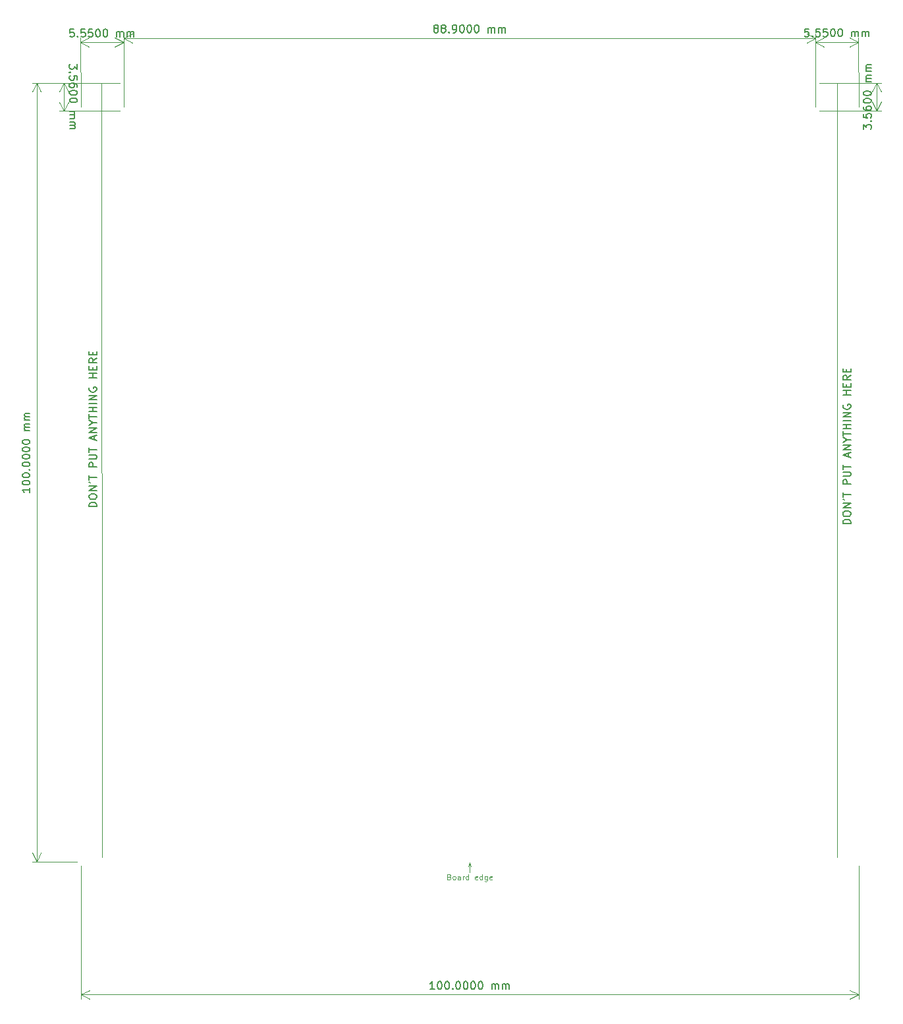
<source format=gbr>
%TF.GenerationSoftware,KiCad,Pcbnew,8.0.4*%
%TF.CreationDate,2025-02-21T03:24:50+01:00*%
%TF.ProjectId,OrangePie,4f72616e-6765-4506-9965-2e6b69636164,1.0.0*%
%TF.SameCoordinates,Original*%
%TF.FileFunction,Other,Comment*%
%FSLAX46Y46*%
G04 Gerber Fmt 4.6, Leading zero omitted, Abs format (unit mm)*
G04 Created by KiCad (PCBNEW 8.0.4) date 2025-02-21 03:24:50*
%MOMM*%
%LPD*%
G01*
G04 APERTURE LIST*
%ADD10C,0.100000*%
%ADD11C,0.150000*%
G04 APERTURE END LIST*
D10*
X127960000Y-137945001D02*
X127960000Y-38515000D01*
X33440000Y-137945001D02*
X33370000Y-38515000D01*
D11*
X32759819Y-92928220D02*
X31759819Y-92928220D01*
X31759819Y-92928220D02*
X31759819Y-92690125D01*
X31759819Y-92690125D02*
X31807438Y-92547268D01*
X31807438Y-92547268D02*
X31902676Y-92452030D01*
X31902676Y-92452030D02*
X31997914Y-92404411D01*
X31997914Y-92404411D02*
X32188390Y-92356792D01*
X32188390Y-92356792D02*
X32331247Y-92356792D01*
X32331247Y-92356792D02*
X32521723Y-92404411D01*
X32521723Y-92404411D02*
X32616961Y-92452030D01*
X32616961Y-92452030D02*
X32712200Y-92547268D01*
X32712200Y-92547268D02*
X32759819Y-92690125D01*
X32759819Y-92690125D02*
X32759819Y-92928220D01*
X31759819Y-91737744D02*
X31759819Y-91547268D01*
X31759819Y-91547268D02*
X31807438Y-91452030D01*
X31807438Y-91452030D02*
X31902676Y-91356792D01*
X31902676Y-91356792D02*
X32093152Y-91309173D01*
X32093152Y-91309173D02*
X32426485Y-91309173D01*
X32426485Y-91309173D02*
X32616961Y-91356792D01*
X32616961Y-91356792D02*
X32712200Y-91452030D01*
X32712200Y-91452030D02*
X32759819Y-91547268D01*
X32759819Y-91547268D02*
X32759819Y-91737744D01*
X32759819Y-91737744D02*
X32712200Y-91832982D01*
X32712200Y-91832982D02*
X32616961Y-91928220D01*
X32616961Y-91928220D02*
X32426485Y-91975839D01*
X32426485Y-91975839D02*
X32093152Y-91975839D01*
X32093152Y-91975839D02*
X31902676Y-91928220D01*
X31902676Y-91928220D02*
X31807438Y-91832982D01*
X31807438Y-91832982D02*
X31759819Y-91737744D01*
X32759819Y-90880601D02*
X31759819Y-90880601D01*
X31759819Y-90880601D02*
X32759819Y-90309173D01*
X32759819Y-90309173D02*
X31759819Y-90309173D01*
X31759819Y-89785363D02*
X31950295Y-89880601D01*
X31759819Y-89499649D02*
X31759819Y-88928221D01*
X32759819Y-89213935D02*
X31759819Y-89213935D01*
X32759819Y-87832982D02*
X31759819Y-87832982D01*
X31759819Y-87832982D02*
X31759819Y-87452030D01*
X31759819Y-87452030D02*
X31807438Y-87356792D01*
X31807438Y-87356792D02*
X31855057Y-87309173D01*
X31855057Y-87309173D02*
X31950295Y-87261554D01*
X31950295Y-87261554D02*
X32093152Y-87261554D01*
X32093152Y-87261554D02*
X32188390Y-87309173D01*
X32188390Y-87309173D02*
X32236009Y-87356792D01*
X32236009Y-87356792D02*
X32283628Y-87452030D01*
X32283628Y-87452030D02*
X32283628Y-87832982D01*
X31759819Y-86832982D02*
X32569342Y-86832982D01*
X32569342Y-86832982D02*
X32664580Y-86785363D01*
X32664580Y-86785363D02*
X32712200Y-86737744D01*
X32712200Y-86737744D02*
X32759819Y-86642506D01*
X32759819Y-86642506D02*
X32759819Y-86452030D01*
X32759819Y-86452030D02*
X32712200Y-86356792D01*
X32712200Y-86356792D02*
X32664580Y-86309173D01*
X32664580Y-86309173D02*
X32569342Y-86261554D01*
X32569342Y-86261554D02*
X31759819Y-86261554D01*
X31759819Y-85928220D02*
X31759819Y-85356792D01*
X32759819Y-85642506D02*
X31759819Y-85642506D01*
X32474104Y-84309172D02*
X32474104Y-83832982D01*
X32759819Y-84404410D02*
X31759819Y-84071077D01*
X31759819Y-84071077D02*
X32759819Y-83737744D01*
X32759819Y-83404410D02*
X31759819Y-83404410D01*
X31759819Y-83404410D02*
X32759819Y-82832982D01*
X32759819Y-82832982D02*
X31759819Y-82832982D01*
X32283628Y-82166315D02*
X32759819Y-82166315D01*
X31759819Y-82499648D02*
X32283628Y-82166315D01*
X32283628Y-82166315D02*
X31759819Y-81832982D01*
X31759819Y-81642505D02*
X31759819Y-81071077D01*
X32759819Y-81356791D02*
X31759819Y-81356791D01*
X32759819Y-80737743D02*
X31759819Y-80737743D01*
X32236009Y-80737743D02*
X32236009Y-80166315D01*
X32759819Y-80166315D02*
X31759819Y-80166315D01*
X32759819Y-79690124D02*
X31759819Y-79690124D01*
X32759819Y-79213934D02*
X31759819Y-79213934D01*
X31759819Y-79213934D02*
X32759819Y-78642506D01*
X32759819Y-78642506D02*
X31759819Y-78642506D01*
X31807438Y-77642506D02*
X31759819Y-77737744D01*
X31759819Y-77737744D02*
X31759819Y-77880601D01*
X31759819Y-77880601D02*
X31807438Y-78023458D01*
X31807438Y-78023458D02*
X31902676Y-78118696D01*
X31902676Y-78118696D02*
X31997914Y-78166315D01*
X31997914Y-78166315D02*
X32188390Y-78213934D01*
X32188390Y-78213934D02*
X32331247Y-78213934D01*
X32331247Y-78213934D02*
X32521723Y-78166315D01*
X32521723Y-78166315D02*
X32616961Y-78118696D01*
X32616961Y-78118696D02*
X32712200Y-78023458D01*
X32712200Y-78023458D02*
X32759819Y-77880601D01*
X32759819Y-77880601D02*
X32759819Y-77785363D01*
X32759819Y-77785363D02*
X32712200Y-77642506D01*
X32712200Y-77642506D02*
X32664580Y-77594887D01*
X32664580Y-77594887D02*
X32331247Y-77594887D01*
X32331247Y-77594887D02*
X32331247Y-77785363D01*
X32759819Y-76404410D02*
X31759819Y-76404410D01*
X32236009Y-76404410D02*
X32236009Y-75832982D01*
X32759819Y-75832982D02*
X31759819Y-75832982D01*
X32236009Y-75356791D02*
X32236009Y-75023458D01*
X32759819Y-74880601D02*
X32759819Y-75356791D01*
X32759819Y-75356791D02*
X31759819Y-75356791D01*
X31759819Y-75356791D02*
X31759819Y-74880601D01*
X32759819Y-73880601D02*
X32283628Y-74213934D01*
X32759819Y-74452029D02*
X31759819Y-74452029D01*
X31759819Y-74452029D02*
X31759819Y-74071077D01*
X31759819Y-74071077D02*
X31807438Y-73975839D01*
X31807438Y-73975839D02*
X31855057Y-73928220D01*
X31855057Y-73928220D02*
X31950295Y-73880601D01*
X31950295Y-73880601D02*
X32093152Y-73880601D01*
X32093152Y-73880601D02*
X32188390Y-73928220D01*
X32188390Y-73928220D02*
X32236009Y-73975839D01*
X32236009Y-73975839D02*
X32283628Y-74071077D01*
X32283628Y-74071077D02*
X32283628Y-74452029D01*
X32236009Y-73452029D02*
X32236009Y-73118696D01*
X32759819Y-72975839D02*
X32759819Y-73452029D01*
X32759819Y-73452029D02*
X31759819Y-73452029D01*
X31759819Y-73452029D02*
X31759819Y-72975839D01*
X129679819Y-95128220D02*
X128679819Y-95128220D01*
X128679819Y-95128220D02*
X128679819Y-94890125D01*
X128679819Y-94890125D02*
X128727438Y-94747268D01*
X128727438Y-94747268D02*
X128822676Y-94652030D01*
X128822676Y-94652030D02*
X128917914Y-94604411D01*
X128917914Y-94604411D02*
X129108390Y-94556792D01*
X129108390Y-94556792D02*
X129251247Y-94556792D01*
X129251247Y-94556792D02*
X129441723Y-94604411D01*
X129441723Y-94604411D02*
X129536961Y-94652030D01*
X129536961Y-94652030D02*
X129632200Y-94747268D01*
X129632200Y-94747268D02*
X129679819Y-94890125D01*
X129679819Y-94890125D02*
X129679819Y-95128220D01*
X128679819Y-93937744D02*
X128679819Y-93747268D01*
X128679819Y-93747268D02*
X128727438Y-93652030D01*
X128727438Y-93652030D02*
X128822676Y-93556792D01*
X128822676Y-93556792D02*
X129013152Y-93509173D01*
X129013152Y-93509173D02*
X129346485Y-93509173D01*
X129346485Y-93509173D02*
X129536961Y-93556792D01*
X129536961Y-93556792D02*
X129632200Y-93652030D01*
X129632200Y-93652030D02*
X129679819Y-93747268D01*
X129679819Y-93747268D02*
X129679819Y-93937744D01*
X129679819Y-93937744D02*
X129632200Y-94032982D01*
X129632200Y-94032982D02*
X129536961Y-94128220D01*
X129536961Y-94128220D02*
X129346485Y-94175839D01*
X129346485Y-94175839D02*
X129013152Y-94175839D01*
X129013152Y-94175839D02*
X128822676Y-94128220D01*
X128822676Y-94128220D02*
X128727438Y-94032982D01*
X128727438Y-94032982D02*
X128679819Y-93937744D01*
X129679819Y-93080601D02*
X128679819Y-93080601D01*
X128679819Y-93080601D02*
X129679819Y-92509173D01*
X129679819Y-92509173D02*
X128679819Y-92509173D01*
X128679819Y-91985363D02*
X128870295Y-92080601D01*
X128679819Y-91699649D02*
X128679819Y-91128221D01*
X129679819Y-91413935D02*
X128679819Y-91413935D01*
X129679819Y-90032982D02*
X128679819Y-90032982D01*
X128679819Y-90032982D02*
X128679819Y-89652030D01*
X128679819Y-89652030D02*
X128727438Y-89556792D01*
X128727438Y-89556792D02*
X128775057Y-89509173D01*
X128775057Y-89509173D02*
X128870295Y-89461554D01*
X128870295Y-89461554D02*
X129013152Y-89461554D01*
X129013152Y-89461554D02*
X129108390Y-89509173D01*
X129108390Y-89509173D02*
X129156009Y-89556792D01*
X129156009Y-89556792D02*
X129203628Y-89652030D01*
X129203628Y-89652030D02*
X129203628Y-90032982D01*
X128679819Y-89032982D02*
X129489342Y-89032982D01*
X129489342Y-89032982D02*
X129584580Y-88985363D01*
X129584580Y-88985363D02*
X129632200Y-88937744D01*
X129632200Y-88937744D02*
X129679819Y-88842506D01*
X129679819Y-88842506D02*
X129679819Y-88652030D01*
X129679819Y-88652030D02*
X129632200Y-88556792D01*
X129632200Y-88556792D02*
X129584580Y-88509173D01*
X129584580Y-88509173D02*
X129489342Y-88461554D01*
X129489342Y-88461554D02*
X128679819Y-88461554D01*
X128679819Y-88128220D02*
X128679819Y-87556792D01*
X129679819Y-87842506D02*
X128679819Y-87842506D01*
X129394104Y-86509172D02*
X129394104Y-86032982D01*
X129679819Y-86604410D02*
X128679819Y-86271077D01*
X128679819Y-86271077D02*
X129679819Y-85937744D01*
X129679819Y-85604410D02*
X128679819Y-85604410D01*
X128679819Y-85604410D02*
X129679819Y-85032982D01*
X129679819Y-85032982D02*
X128679819Y-85032982D01*
X129203628Y-84366315D02*
X129679819Y-84366315D01*
X128679819Y-84699648D02*
X129203628Y-84366315D01*
X129203628Y-84366315D02*
X128679819Y-84032982D01*
X128679819Y-83842505D02*
X128679819Y-83271077D01*
X129679819Y-83556791D02*
X128679819Y-83556791D01*
X129679819Y-82937743D02*
X128679819Y-82937743D01*
X129156009Y-82937743D02*
X129156009Y-82366315D01*
X129679819Y-82366315D02*
X128679819Y-82366315D01*
X129679819Y-81890124D02*
X128679819Y-81890124D01*
X129679819Y-81413934D02*
X128679819Y-81413934D01*
X128679819Y-81413934D02*
X129679819Y-80842506D01*
X129679819Y-80842506D02*
X128679819Y-80842506D01*
X128727438Y-79842506D02*
X128679819Y-79937744D01*
X128679819Y-79937744D02*
X128679819Y-80080601D01*
X128679819Y-80080601D02*
X128727438Y-80223458D01*
X128727438Y-80223458D02*
X128822676Y-80318696D01*
X128822676Y-80318696D02*
X128917914Y-80366315D01*
X128917914Y-80366315D02*
X129108390Y-80413934D01*
X129108390Y-80413934D02*
X129251247Y-80413934D01*
X129251247Y-80413934D02*
X129441723Y-80366315D01*
X129441723Y-80366315D02*
X129536961Y-80318696D01*
X129536961Y-80318696D02*
X129632200Y-80223458D01*
X129632200Y-80223458D02*
X129679819Y-80080601D01*
X129679819Y-80080601D02*
X129679819Y-79985363D01*
X129679819Y-79985363D02*
X129632200Y-79842506D01*
X129632200Y-79842506D02*
X129584580Y-79794887D01*
X129584580Y-79794887D02*
X129251247Y-79794887D01*
X129251247Y-79794887D02*
X129251247Y-79985363D01*
X129679819Y-78604410D02*
X128679819Y-78604410D01*
X129156009Y-78604410D02*
X129156009Y-78032982D01*
X129679819Y-78032982D02*
X128679819Y-78032982D01*
X129156009Y-77556791D02*
X129156009Y-77223458D01*
X129679819Y-77080601D02*
X129679819Y-77556791D01*
X129679819Y-77556791D02*
X128679819Y-77556791D01*
X128679819Y-77556791D02*
X128679819Y-77080601D01*
X129679819Y-76080601D02*
X129203628Y-76413934D01*
X129679819Y-76652029D02*
X128679819Y-76652029D01*
X128679819Y-76652029D02*
X128679819Y-76271077D01*
X128679819Y-76271077D02*
X128727438Y-76175839D01*
X128727438Y-76175839D02*
X128775057Y-76128220D01*
X128775057Y-76128220D02*
X128870295Y-76080601D01*
X128870295Y-76080601D02*
X129013152Y-76080601D01*
X129013152Y-76080601D02*
X129108390Y-76128220D01*
X129108390Y-76128220D02*
X129156009Y-76175839D01*
X129156009Y-76175839D02*
X129203628Y-76271077D01*
X129203628Y-76271077D02*
X129203628Y-76652029D01*
X129156009Y-75652029D02*
X129156009Y-75318696D01*
X129679819Y-75175839D02*
X129679819Y-75652029D01*
X129679819Y-75652029D02*
X128679819Y-75652029D01*
X128679819Y-75652029D02*
X128679819Y-75175839D01*
X29818211Y-31618462D02*
X29342024Y-31620178D01*
X29342024Y-31620178D02*
X29296121Y-32096537D01*
X29296121Y-32096537D02*
X29343568Y-32048746D01*
X29343568Y-32048746D02*
X29438634Y-32000784D01*
X29438634Y-32000784D02*
X29676728Y-31999926D01*
X29676728Y-31999926D02*
X29772137Y-32047202D01*
X29772137Y-32047202D02*
X29819927Y-32094649D01*
X29819927Y-32094649D02*
X29867889Y-32189715D01*
X29867889Y-32189715D02*
X29868747Y-32427809D01*
X29868747Y-32427809D02*
X29821471Y-32523218D01*
X29821471Y-32523218D02*
X29774024Y-32571008D01*
X29774024Y-32571008D02*
X29678958Y-32618970D01*
X29678958Y-32618970D02*
X29440865Y-32619828D01*
X29440865Y-32619828D02*
X29345456Y-32572552D01*
X29345456Y-32572552D02*
X29297665Y-32525105D01*
X30297659Y-32521502D02*
X30345449Y-32568949D01*
X30345449Y-32568949D02*
X30298002Y-32616739D01*
X30298002Y-32616739D02*
X30250212Y-32569292D01*
X30250212Y-32569292D02*
X30297659Y-32521502D01*
X30297659Y-32521502D02*
X30298002Y-32616739D01*
X31246773Y-31613314D02*
X30770585Y-31615030D01*
X30770585Y-31615030D02*
X30724683Y-32091389D01*
X30724683Y-32091389D02*
X30772130Y-32043598D01*
X30772130Y-32043598D02*
X30867196Y-31995636D01*
X30867196Y-31995636D02*
X31105289Y-31994778D01*
X31105289Y-31994778D02*
X31200698Y-32042054D01*
X31200698Y-32042054D02*
X31248489Y-32089501D01*
X31248489Y-32089501D02*
X31296451Y-32184567D01*
X31296451Y-32184567D02*
X31297309Y-32422661D01*
X31297309Y-32422661D02*
X31250033Y-32518070D01*
X31250033Y-32518070D02*
X31202586Y-32565860D01*
X31202586Y-32565860D02*
X31107520Y-32613822D01*
X31107520Y-32613822D02*
X30869427Y-32614680D01*
X30869427Y-32614680D02*
X30774017Y-32567404D01*
X30774017Y-32567404D02*
X30726227Y-32519957D01*
X32199148Y-31609882D02*
X31722960Y-31611598D01*
X31722960Y-31611598D02*
X31677058Y-32087957D01*
X31677058Y-32087957D02*
X31724505Y-32040166D01*
X31724505Y-32040166D02*
X31819571Y-31992204D01*
X31819571Y-31992204D02*
X32057664Y-31991346D01*
X32057664Y-31991346D02*
X32153073Y-32038622D01*
X32153073Y-32038622D02*
X32200864Y-32086069D01*
X32200864Y-32086069D02*
X32248826Y-32181135D01*
X32248826Y-32181135D02*
X32249684Y-32419229D01*
X32249684Y-32419229D02*
X32202408Y-32514638D01*
X32202408Y-32514638D02*
X32154961Y-32562428D01*
X32154961Y-32562428D02*
X32059895Y-32610390D01*
X32059895Y-32610390D02*
X31821801Y-32611248D01*
X31821801Y-32611248D02*
X31726392Y-32563972D01*
X31726392Y-32563972D02*
X31678602Y-32516525D01*
X32865810Y-31607479D02*
X32961048Y-31607136D01*
X32961048Y-31607136D02*
X33056457Y-31654412D01*
X33056457Y-31654412D02*
X33104247Y-31701859D01*
X33104247Y-31701859D02*
X33152209Y-31796925D01*
X33152209Y-31796925D02*
X33200514Y-31987228D01*
X33200514Y-31987228D02*
X33201372Y-32225322D01*
X33201372Y-32225322D02*
X33154440Y-32415968D01*
X33154440Y-32415968D02*
X33107164Y-32511377D01*
X33107164Y-32511377D02*
X33059717Y-32559168D01*
X33059717Y-32559168D02*
X32964651Y-32607130D01*
X32964651Y-32607130D02*
X32869414Y-32607473D01*
X32869414Y-32607473D02*
X32774005Y-32560197D01*
X32774005Y-32560197D02*
X32726214Y-32512750D01*
X32726214Y-32512750D02*
X32678252Y-32417684D01*
X32678252Y-32417684D02*
X32629947Y-32227381D01*
X32629947Y-32227381D02*
X32629089Y-31989287D01*
X32629089Y-31989287D02*
X32676021Y-31798641D01*
X32676021Y-31798641D02*
X32723297Y-31703232D01*
X32723297Y-31703232D02*
X32770744Y-31655441D01*
X32770744Y-31655441D02*
X32865810Y-31607479D01*
X33818185Y-31604047D02*
X33913422Y-31603704D01*
X33913422Y-31603704D02*
X34008831Y-31650980D01*
X34008831Y-31650980D02*
X34056622Y-31698427D01*
X34056622Y-31698427D02*
X34104584Y-31793493D01*
X34104584Y-31793493D02*
X34152889Y-31983796D01*
X34152889Y-31983796D02*
X34153747Y-32221890D01*
X34153747Y-32221890D02*
X34106814Y-32412536D01*
X34106814Y-32412536D02*
X34059539Y-32507945D01*
X34059539Y-32507945D02*
X34012092Y-32555736D01*
X34012092Y-32555736D02*
X33917026Y-32603698D01*
X33917026Y-32603698D02*
X33821788Y-32604041D01*
X33821788Y-32604041D02*
X33726379Y-32556765D01*
X33726379Y-32556765D02*
X33678589Y-32509318D01*
X33678589Y-32509318D02*
X33630627Y-32414252D01*
X33630627Y-32414252D02*
X33582322Y-32223949D01*
X33582322Y-32223949D02*
X33581464Y-31985855D01*
X33581464Y-31985855D02*
X33628396Y-31795209D01*
X33628396Y-31795209D02*
X33675672Y-31699800D01*
X33675672Y-31699800D02*
X33723119Y-31652009D01*
X33723119Y-31652009D02*
X33818185Y-31604047D01*
X35345588Y-32598550D02*
X35343186Y-31931887D01*
X35343529Y-32027125D02*
X35390976Y-31979334D01*
X35390976Y-31979334D02*
X35486042Y-31931372D01*
X35486042Y-31931372D02*
X35628898Y-31930858D01*
X35628898Y-31930858D02*
X35724307Y-31978133D01*
X35724307Y-31978133D02*
X35772269Y-32073199D01*
X35772269Y-32073199D02*
X35774157Y-32597005D01*
X35772269Y-32073199D02*
X35819545Y-31977790D01*
X35819545Y-31977790D02*
X35914611Y-31929828D01*
X35914611Y-31929828D02*
X36057467Y-31929313D01*
X36057467Y-31929313D02*
X36152876Y-31976589D01*
X36152876Y-31976589D02*
X36200838Y-32071655D01*
X36200838Y-32071655D02*
X36202726Y-32595461D01*
X36678913Y-32593745D02*
X36676510Y-31927083D01*
X36676854Y-32022320D02*
X36724301Y-31974530D01*
X36724301Y-31974530D02*
X36819367Y-31926568D01*
X36819367Y-31926568D02*
X36962223Y-31926053D01*
X36962223Y-31926053D02*
X37057632Y-31973328D01*
X37057632Y-31973328D02*
X37105594Y-32068394D01*
X37105594Y-32068394D02*
X37107481Y-32592200D01*
X37105594Y-32068394D02*
X37152869Y-31972985D01*
X37152869Y-31972985D02*
X37247935Y-31925023D01*
X37247935Y-31925023D02*
X37390791Y-31924509D01*
X37390791Y-31924509D02*
X37486200Y-31971784D01*
X37486200Y-31971784D02*
X37534162Y-32066850D01*
X37534162Y-32066850D02*
X37536050Y-32590656D01*
D10*
X36248198Y-41575003D02*
X36216231Y-32704175D01*
X30698198Y-41595003D02*
X30666231Y-32724175D01*
X36218344Y-33290591D02*
X30668344Y-33310591D01*
X36218344Y-33290591D02*
X30668344Y-33310591D01*
X36218344Y-33290591D02*
X35093961Y-33881067D01*
X36218344Y-33290591D02*
X35089734Y-32708234D01*
X30668344Y-33310591D02*
X31792727Y-32720115D01*
X30668344Y-33310591D02*
X31796954Y-33892948D01*
D11*
X24164819Y-90518809D02*
X24164819Y-91090237D01*
X24164819Y-90804523D02*
X23164819Y-90804523D01*
X23164819Y-90804523D02*
X23307676Y-90899761D01*
X23307676Y-90899761D02*
X23402914Y-90994999D01*
X23402914Y-90994999D02*
X23450533Y-91090237D01*
X23164819Y-89899761D02*
X23164819Y-89804523D01*
X23164819Y-89804523D02*
X23212438Y-89709285D01*
X23212438Y-89709285D02*
X23260057Y-89661666D01*
X23260057Y-89661666D02*
X23355295Y-89614047D01*
X23355295Y-89614047D02*
X23545771Y-89566428D01*
X23545771Y-89566428D02*
X23783866Y-89566428D01*
X23783866Y-89566428D02*
X23974342Y-89614047D01*
X23974342Y-89614047D02*
X24069580Y-89661666D01*
X24069580Y-89661666D02*
X24117200Y-89709285D01*
X24117200Y-89709285D02*
X24164819Y-89804523D01*
X24164819Y-89804523D02*
X24164819Y-89899761D01*
X24164819Y-89899761D02*
X24117200Y-89994999D01*
X24117200Y-89994999D02*
X24069580Y-90042618D01*
X24069580Y-90042618D02*
X23974342Y-90090237D01*
X23974342Y-90090237D02*
X23783866Y-90137856D01*
X23783866Y-90137856D02*
X23545771Y-90137856D01*
X23545771Y-90137856D02*
X23355295Y-90090237D01*
X23355295Y-90090237D02*
X23260057Y-90042618D01*
X23260057Y-90042618D02*
X23212438Y-89994999D01*
X23212438Y-89994999D02*
X23164819Y-89899761D01*
X23164819Y-88947380D02*
X23164819Y-88852142D01*
X23164819Y-88852142D02*
X23212438Y-88756904D01*
X23212438Y-88756904D02*
X23260057Y-88709285D01*
X23260057Y-88709285D02*
X23355295Y-88661666D01*
X23355295Y-88661666D02*
X23545771Y-88614047D01*
X23545771Y-88614047D02*
X23783866Y-88614047D01*
X23783866Y-88614047D02*
X23974342Y-88661666D01*
X23974342Y-88661666D02*
X24069580Y-88709285D01*
X24069580Y-88709285D02*
X24117200Y-88756904D01*
X24117200Y-88756904D02*
X24164819Y-88852142D01*
X24164819Y-88852142D02*
X24164819Y-88947380D01*
X24164819Y-88947380D02*
X24117200Y-89042618D01*
X24117200Y-89042618D02*
X24069580Y-89090237D01*
X24069580Y-89090237D02*
X23974342Y-89137856D01*
X23974342Y-89137856D02*
X23783866Y-89185475D01*
X23783866Y-89185475D02*
X23545771Y-89185475D01*
X23545771Y-89185475D02*
X23355295Y-89137856D01*
X23355295Y-89137856D02*
X23260057Y-89090237D01*
X23260057Y-89090237D02*
X23212438Y-89042618D01*
X23212438Y-89042618D02*
X23164819Y-88947380D01*
X24069580Y-88185475D02*
X24117200Y-88137856D01*
X24117200Y-88137856D02*
X24164819Y-88185475D01*
X24164819Y-88185475D02*
X24117200Y-88233094D01*
X24117200Y-88233094D02*
X24069580Y-88185475D01*
X24069580Y-88185475D02*
X24164819Y-88185475D01*
X23164819Y-87518809D02*
X23164819Y-87423571D01*
X23164819Y-87423571D02*
X23212438Y-87328333D01*
X23212438Y-87328333D02*
X23260057Y-87280714D01*
X23260057Y-87280714D02*
X23355295Y-87233095D01*
X23355295Y-87233095D02*
X23545771Y-87185476D01*
X23545771Y-87185476D02*
X23783866Y-87185476D01*
X23783866Y-87185476D02*
X23974342Y-87233095D01*
X23974342Y-87233095D02*
X24069580Y-87280714D01*
X24069580Y-87280714D02*
X24117200Y-87328333D01*
X24117200Y-87328333D02*
X24164819Y-87423571D01*
X24164819Y-87423571D02*
X24164819Y-87518809D01*
X24164819Y-87518809D02*
X24117200Y-87614047D01*
X24117200Y-87614047D02*
X24069580Y-87661666D01*
X24069580Y-87661666D02*
X23974342Y-87709285D01*
X23974342Y-87709285D02*
X23783866Y-87756904D01*
X23783866Y-87756904D02*
X23545771Y-87756904D01*
X23545771Y-87756904D02*
X23355295Y-87709285D01*
X23355295Y-87709285D02*
X23260057Y-87661666D01*
X23260057Y-87661666D02*
X23212438Y-87614047D01*
X23212438Y-87614047D02*
X23164819Y-87518809D01*
X23164819Y-86566428D02*
X23164819Y-86471190D01*
X23164819Y-86471190D02*
X23212438Y-86375952D01*
X23212438Y-86375952D02*
X23260057Y-86328333D01*
X23260057Y-86328333D02*
X23355295Y-86280714D01*
X23355295Y-86280714D02*
X23545771Y-86233095D01*
X23545771Y-86233095D02*
X23783866Y-86233095D01*
X23783866Y-86233095D02*
X23974342Y-86280714D01*
X23974342Y-86280714D02*
X24069580Y-86328333D01*
X24069580Y-86328333D02*
X24117200Y-86375952D01*
X24117200Y-86375952D02*
X24164819Y-86471190D01*
X24164819Y-86471190D02*
X24164819Y-86566428D01*
X24164819Y-86566428D02*
X24117200Y-86661666D01*
X24117200Y-86661666D02*
X24069580Y-86709285D01*
X24069580Y-86709285D02*
X23974342Y-86756904D01*
X23974342Y-86756904D02*
X23783866Y-86804523D01*
X23783866Y-86804523D02*
X23545771Y-86804523D01*
X23545771Y-86804523D02*
X23355295Y-86756904D01*
X23355295Y-86756904D02*
X23260057Y-86709285D01*
X23260057Y-86709285D02*
X23212438Y-86661666D01*
X23212438Y-86661666D02*
X23164819Y-86566428D01*
X23164819Y-85614047D02*
X23164819Y-85518809D01*
X23164819Y-85518809D02*
X23212438Y-85423571D01*
X23212438Y-85423571D02*
X23260057Y-85375952D01*
X23260057Y-85375952D02*
X23355295Y-85328333D01*
X23355295Y-85328333D02*
X23545771Y-85280714D01*
X23545771Y-85280714D02*
X23783866Y-85280714D01*
X23783866Y-85280714D02*
X23974342Y-85328333D01*
X23974342Y-85328333D02*
X24069580Y-85375952D01*
X24069580Y-85375952D02*
X24117200Y-85423571D01*
X24117200Y-85423571D02*
X24164819Y-85518809D01*
X24164819Y-85518809D02*
X24164819Y-85614047D01*
X24164819Y-85614047D02*
X24117200Y-85709285D01*
X24117200Y-85709285D02*
X24069580Y-85756904D01*
X24069580Y-85756904D02*
X23974342Y-85804523D01*
X23974342Y-85804523D02*
X23783866Y-85852142D01*
X23783866Y-85852142D02*
X23545771Y-85852142D01*
X23545771Y-85852142D02*
X23355295Y-85804523D01*
X23355295Y-85804523D02*
X23260057Y-85756904D01*
X23260057Y-85756904D02*
X23212438Y-85709285D01*
X23212438Y-85709285D02*
X23164819Y-85614047D01*
X23164819Y-84661666D02*
X23164819Y-84566428D01*
X23164819Y-84566428D02*
X23212438Y-84471190D01*
X23212438Y-84471190D02*
X23260057Y-84423571D01*
X23260057Y-84423571D02*
X23355295Y-84375952D01*
X23355295Y-84375952D02*
X23545771Y-84328333D01*
X23545771Y-84328333D02*
X23783866Y-84328333D01*
X23783866Y-84328333D02*
X23974342Y-84375952D01*
X23974342Y-84375952D02*
X24069580Y-84423571D01*
X24069580Y-84423571D02*
X24117200Y-84471190D01*
X24117200Y-84471190D02*
X24164819Y-84566428D01*
X24164819Y-84566428D02*
X24164819Y-84661666D01*
X24164819Y-84661666D02*
X24117200Y-84756904D01*
X24117200Y-84756904D02*
X24069580Y-84804523D01*
X24069580Y-84804523D02*
X23974342Y-84852142D01*
X23974342Y-84852142D02*
X23783866Y-84899761D01*
X23783866Y-84899761D02*
X23545771Y-84899761D01*
X23545771Y-84899761D02*
X23355295Y-84852142D01*
X23355295Y-84852142D02*
X23260057Y-84804523D01*
X23260057Y-84804523D02*
X23212438Y-84756904D01*
X23212438Y-84756904D02*
X23164819Y-84661666D01*
X24164819Y-83137856D02*
X23498152Y-83137856D01*
X23593390Y-83137856D02*
X23545771Y-83090237D01*
X23545771Y-83090237D02*
X23498152Y-82994999D01*
X23498152Y-82994999D02*
X23498152Y-82852142D01*
X23498152Y-82852142D02*
X23545771Y-82756904D01*
X23545771Y-82756904D02*
X23641009Y-82709285D01*
X23641009Y-82709285D02*
X24164819Y-82709285D01*
X23641009Y-82709285D02*
X23545771Y-82661666D01*
X23545771Y-82661666D02*
X23498152Y-82566428D01*
X23498152Y-82566428D02*
X23498152Y-82423571D01*
X23498152Y-82423571D02*
X23545771Y-82328332D01*
X23545771Y-82328332D02*
X23641009Y-82280713D01*
X23641009Y-82280713D02*
X24164819Y-82280713D01*
X24164819Y-81804523D02*
X23498152Y-81804523D01*
X23593390Y-81804523D02*
X23545771Y-81756904D01*
X23545771Y-81756904D02*
X23498152Y-81661666D01*
X23498152Y-81661666D02*
X23498152Y-81518809D01*
X23498152Y-81518809D02*
X23545771Y-81423571D01*
X23545771Y-81423571D02*
X23641009Y-81375952D01*
X23641009Y-81375952D02*
X24164819Y-81375952D01*
X23641009Y-81375952D02*
X23545771Y-81328333D01*
X23545771Y-81328333D02*
X23498152Y-81233095D01*
X23498152Y-81233095D02*
X23498152Y-81090238D01*
X23498152Y-81090238D02*
X23545771Y-80994999D01*
X23545771Y-80994999D02*
X23641009Y-80947380D01*
X23641009Y-80947380D02*
X24164819Y-80947380D01*
D10*
X30200000Y-138515000D02*
X24443580Y-138515000D01*
X30200000Y-38515000D02*
X24443580Y-38515000D01*
X25030000Y-138515000D02*
X25030000Y-38515000D01*
X25030000Y-138515000D02*
X25030000Y-38515000D01*
X25030000Y-138515000D02*
X24443579Y-137388496D01*
X25030000Y-138515000D02*
X25616421Y-137388496D01*
X25030000Y-38515000D02*
X25616421Y-39641504D01*
X25030000Y-38515000D02*
X24443579Y-39641504D01*
D11*
X131314819Y-44485475D02*
X131314819Y-43866428D01*
X131314819Y-43866428D02*
X131695771Y-44199761D01*
X131695771Y-44199761D02*
X131695771Y-44056904D01*
X131695771Y-44056904D02*
X131743390Y-43961666D01*
X131743390Y-43961666D02*
X131791009Y-43914047D01*
X131791009Y-43914047D02*
X131886247Y-43866428D01*
X131886247Y-43866428D02*
X132124342Y-43866428D01*
X132124342Y-43866428D02*
X132219580Y-43914047D01*
X132219580Y-43914047D02*
X132267200Y-43961666D01*
X132267200Y-43961666D02*
X132314819Y-44056904D01*
X132314819Y-44056904D02*
X132314819Y-44342618D01*
X132314819Y-44342618D02*
X132267200Y-44437856D01*
X132267200Y-44437856D02*
X132219580Y-44485475D01*
X132219580Y-43437856D02*
X132267200Y-43390237D01*
X132267200Y-43390237D02*
X132314819Y-43437856D01*
X132314819Y-43437856D02*
X132267200Y-43485475D01*
X132267200Y-43485475D02*
X132219580Y-43437856D01*
X132219580Y-43437856D02*
X132314819Y-43437856D01*
X131314819Y-42485476D02*
X131314819Y-42961666D01*
X131314819Y-42961666D02*
X131791009Y-43009285D01*
X131791009Y-43009285D02*
X131743390Y-42961666D01*
X131743390Y-42961666D02*
X131695771Y-42866428D01*
X131695771Y-42866428D02*
X131695771Y-42628333D01*
X131695771Y-42628333D02*
X131743390Y-42533095D01*
X131743390Y-42533095D02*
X131791009Y-42485476D01*
X131791009Y-42485476D02*
X131886247Y-42437857D01*
X131886247Y-42437857D02*
X132124342Y-42437857D01*
X132124342Y-42437857D02*
X132219580Y-42485476D01*
X132219580Y-42485476D02*
X132267200Y-42533095D01*
X132267200Y-42533095D02*
X132314819Y-42628333D01*
X132314819Y-42628333D02*
X132314819Y-42866428D01*
X132314819Y-42866428D02*
X132267200Y-42961666D01*
X132267200Y-42961666D02*
X132219580Y-43009285D01*
X131314819Y-41580714D02*
X131314819Y-41771190D01*
X131314819Y-41771190D02*
X131362438Y-41866428D01*
X131362438Y-41866428D02*
X131410057Y-41914047D01*
X131410057Y-41914047D02*
X131552914Y-42009285D01*
X131552914Y-42009285D02*
X131743390Y-42056904D01*
X131743390Y-42056904D02*
X132124342Y-42056904D01*
X132124342Y-42056904D02*
X132219580Y-42009285D01*
X132219580Y-42009285D02*
X132267200Y-41961666D01*
X132267200Y-41961666D02*
X132314819Y-41866428D01*
X132314819Y-41866428D02*
X132314819Y-41675952D01*
X132314819Y-41675952D02*
X132267200Y-41580714D01*
X132267200Y-41580714D02*
X132219580Y-41533095D01*
X132219580Y-41533095D02*
X132124342Y-41485476D01*
X132124342Y-41485476D02*
X131886247Y-41485476D01*
X131886247Y-41485476D02*
X131791009Y-41533095D01*
X131791009Y-41533095D02*
X131743390Y-41580714D01*
X131743390Y-41580714D02*
X131695771Y-41675952D01*
X131695771Y-41675952D02*
X131695771Y-41866428D01*
X131695771Y-41866428D02*
X131743390Y-41961666D01*
X131743390Y-41961666D02*
X131791009Y-42009285D01*
X131791009Y-42009285D02*
X131886247Y-42056904D01*
X131314819Y-40866428D02*
X131314819Y-40771190D01*
X131314819Y-40771190D02*
X131362438Y-40675952D01*
X131362438Y-40675952D02*
X131410057Y-40628333D01*
X131410057Y-40628333D02*
X131505295Y-40580714D01*
X131505295Y-40580714D02*
X131695771Y-40533095D01*
X131695771Y-40533095D02*
X131933866Y-40533095D01*
X131933866Y-40533095D02*
X132124342Y-40580714D01*
X132124342Y-40580714D02*
X132219580Y-40628333D01*
X132219580Y-40628333D02*
X132267200Y-40675952D01*
X132267200Y-40675952D02*
X132314819Y-40771190D01*
X132314819Y-40771190D02*
X132314819Y-40866428D01*
X132314819Y-40866428D02*
X132267200Y-40961666D01*
X132267200Y-40961666D02*
X132219580Y-41009285D01*
X132219580Y-41009285D02*
X132124342Y-41056904D01*
X132124342Y-41056904D02*
X131933866Y-41104523D01*
X131933866Y-41104523D02*
X131695771Y-41104523D01*
X131695771Y-41104523D02*
X131505295Y-41056904D01*
X131505295Y-41056904D02*
X131410057Y-41009285D01*
X131410057Y-41009285D02*
X131362438Y-40961666D01*
X131362438Y-40961666D02*
X131314819Y-40866428D01*
X131314819Y-39914047D02*
X131314819Y-39818809D01*
X131314819Y-39818809D02*
X131362438Y-39723571D01*
X131362438Y-39723571D02*
X131410057Y-39675952D01*
X131410057Y-39675952D02*
X131505295Y-39628333D01*
X131505295Y-39628333D02*
X131695771Y-39580714D01*
X131695771Y-39580714D02*
X131933866Y-39580714D01*
X131933866Y-39580714D02*
X132124342Y-39628333D01*
X132124342Y-39628333D02*
X132219580Y-39675952D01*
X132219580Y-39675952D02*
X132267200Y-39723571D01*
X132267200Y-39723571D02*
X132314819Y-39818809D01*
X132314819Y-39818809D02*
X132314819Y-39914047D01*
X132314819Y-39914047D02*
X132267200Y-40009285D01*
X132267200Y-40009285D02*
X132219580Y-40056904D01*
X132219580Y-40056904D02*
X132124342Y-40104523D01*
X132124342Y-40104523D02*
X131933866Y-40152142D01*
X131933866Y-40152142D02*
X131695771Y-40152142D01*
X131695771Y-40152142D02*
X131505295Y-40104523D01*
X131505295Y-40104523D02*
X131410057Y-40056904D01*
X131410057Y-40056904D02*
X131362438Y-40009285D01*
X131362438Y-40009285D02*
X131314819Y-39914047D01*
X132314819Y-38390237D02*
X131648152Y-38390237D01*
X131743390Y-38390237D02*
X131695771Y-38342618D01*
X131695771Y-38342618D02*
X131648152Y-38247380D01*
X131648152Y-38247380D02*
X131648152Y-38104523D01*
X131648152Y-38104523D02*
X131695771Y-38009285D01*
X131695771Y-38009285D02*
X131791009Y-37961666D01*
X131791009Y-37961666D02*
X132314819Y-37961666D01*
X131791009Y-37961666D02*
X131695771Y-37914047D01*
X131695771Y-37914047D02*
X131648152Y-37818809D01*
X131648152Y-37818809D02*
X131648152Y-37675952D01*
X131648152Y-37675952D02*
X131695771Y-37580713D01*
X131695771Y-37580713D02*
X131791009Y-37533094D01*
X131791009Y-37533094D02*
X132314819Y-37533094D01*
X132314819Y-37056904D02*
X131648152Y-37056904D01*
X131743390Y-37056904D02*
X131695771Y-37009285D01*
X131695771Y-37009285D02*
X131648152Y-36914047D01*
X131648152Y-36914047D02*
X131648152Y-36771190D01*
X131648152Y-36771190D02*
X131695771Y-36675952D01*
X131695771Y-36675952D02*
X131791009Y-36628333D01*
X131791009Y-36628333D02*
X132314819Y-36628333D01*
X131791009Y-36628333D02*
X131695771Y-36580714D01*
X131695771Y-36580714D02*
X131648152Y-36485476D01*
X131648152Y-36485476D02*
X131648152Y-36342619D01*
X131648152Y-36342619D02*
X131695771Y-36247380D01*
X131695771Y-36247380D02*
X131791009Y-36199761D01*
X131791009Y-36199761D02*
X132314819Y-36199761D01*
D10*
X125650000Y-42075000D02*
X133596420Y-42075000D01*
X125650000Y-38515000D02*
X133596420Y-38515000D01*
X133010000Y-42075000D02*
X133010000Y-38515000D01*
X133010000Y-42075000D02*
X133010000Y-38515000D01*
X133010000Y-42075000D02*
X132423579Y-40948496D01*
X133010000Y-42075000D02*
X133596421Y-40948496D01*
X133010000Y-38515000D02*
X133596421Y-39641504D01*
X133010000Y-38515000D02*
X132423579Y-39641504D01*
D11*
X76176190Y-154899818D02*
X75604762Y-154899818D01*
X75890476Y-154899818D02*
X75890476Y-153899818D01*
X75890476Y-153899818D02*
X75795238Y-154042675D01*
X75795238Y-154042675D02*
X75700000Y-154137913D01*
X75700000Y-154137913D02*
X75604762Y-154185532D01*
X76795238Y-153899818D02*
X76890476Y-153899818D01*
X76890476Y-153899818D02*
X76985714Y-153947437D01*
X76985714Y-153947437D02*
X77033333Y-153995056D01*
X77033333Y-153995056D02*
X77080952Y-154090294D01*
X77080952Y-154090294D02*
X77128571Y-154280770D01*
X77128571Y-154280770D02*
X77128571Y-154518865D01*
X77128571Y-154518865D02*
X77080952Y-154709341D01*
X77080952Y-154709341D02*
X77033333Y-154804579D01*
X77033333Y-154804579D02*
X76985714Y-154852199D01*
X76985714Y-154852199D02*
X76890476Y-154899818D01*
X76890476Y-154899818D02*
X76795238Y-154899818D01*
X76795238Y-154899818D02*
X76700000Y-154852199D01*
X76700000Y-154852199D02*
X76652381Y-154804579D01*
X76652381Y-154804579D02*
X76604762Y-154709341D01*
X76604762Y-154709341D02*
X76557143Y-154518865D01*
X76557143Y-154518865D02*
X76557143Y-154280770D01*
X76557143Y-154280770D02*
X76604762Y-154090294D01*
X76604762Y-154090294D02*
X76652381Y-153995056D01*
X76652381Y-153995056D02*
X76700000Y-153947437D01*
X76700000Y-153947437D02*
X76795238Y-153899818D01*
X77747619Y-153899818D02*
X77842857Y-153899818D01*
X77842857Y-153899818D02*
X77938095Y-153947437D01*
X77938095Y-153947437D02*
X77985714Y-153995056D01*
X77985714Y-153995056D02*
X78033333Y-154090294D01*
X78033333Y-154090294D02*
X78080952Y-154280770D01*
X78080952Y-154280770D02*
X78080952Y-154518865D01*
X78080952Y-154518865D02*
X78033333Y-154709341D01*
X78033333Y-154709341D02*
X77985714Y-154804579D01*
X77985714Y-154804579D02*
X77938095Y-154852199D01*
X77938095Y-154852199D02*
X77842857Y-154899818D01*
X77842857Y-154899818D02*
X77747619Y-154899818D01*
X77747619Y-154899818D02*
X77652381Y-154852199D01*
X77652381Y-154852199D02*
X77604762Y-154804579D01*
X77604762Y-154804579D02*
X77557143Y-154709341D01*
X77557143Y-154709341D02*
X77509524Y-154518865D01*
X77509524Y-154518865D02*
X77509524Y-154280770D01*
X77509524Y-154280770D02*
X77557143Y-154090294D01*
X77557143Y-154090294D02*
X77604762Y-153995056D01*
X77604762Y-153995056D02*
X77652381Y-153947437D01*
X77652381Y-153947437D02*
X77747619Y-153899818D01*
X78509524Y-154804579D02*
X78557143Y-154852199D01*
X78557143Y-154852199D02*
X78509524Y-154899818D01*
X78509524Y-154899818D02*
X78461905Y-154852199D01*
X78461905Y-154852199D02*
X78509524Y-154804579D01*
X78509524Y-154804579D02*
X78509524Y-154899818D01*
X79176190Y-153899818D02*
X79271428Y-153899818D01*
X79271428Y-153899818D02*
X79366666Y-153947437D01*
X79366666Y-153947437D02*
X79414285Y-153995056D01*
X79414285Y-153995056D02*
X79461904Y-154090294D01*
X79461904Y-154090294D02*
X79509523Y-154280770D01*
X79509523Y-154280770D02*
X79509523Y-154518865D01*
X79509523Y-154518865D02*
X79461904Y-154709341D01*
X79461904Y-154709341D02*
X79414285Y-154804579D01*
X79414285Y-154804579D02*
X79366666Y-154852199D01*
X79366666Y-154852199D02*
X79271428Y-154899818D01*
X79271428Y-154899818D02*
X79176190Y-154899818D01*
X79176190Y-154899818D02*
X79080952Y-154852199D01*
X79080952Y-154852199D02*
X79033333Y-154804579D01*
X79033333Y-154804579D02*
X78985714Y-154709341D01*
X78985714Y-154709341D02*
X78938095Y-154518865D01*
X78938095Y-154518865D02*
X78938095Y-154280770D01*
X78938095Y-154280770D02*
X78985714Y-154090294D01*
X78985714Y-154090294D02*
X79033333Y-153995056D01*
X79033333Y-153995056D02*
X79080952Y-153947437D01*
X79080952Y-153947437D02*
X79176190Y-153899818D01*
X80128571Y-153899818D02*
X80223809Y-153899818D01*
X80223809Y-153899818D02*
X80319047Y-153947437D01*
X80319047Y-153947437D02*
X80366666Y-153995056D01*
X80366666Y-153995056D02*
X80414285Y-154090294D01*
X80414285Y-154090294D02*
X80461904Y-154280770D01*
X80461904Y-154280770D02*
X80461904Y-154518865D01*
X80461904Y-154518865D02*
X80414285Y-154709341D01*
X80414285Y-154709341D02*
X80366666Y-154804579D01*
X80366666Y-154804579D02*
X80319047Y-154852199D01*
X80319047Y-154852199D02*
X80223809Y-154899818D01*
X80223809Y-154899818D02*
X80128571Y-154899818D01*
X80128571Y-154899818D02*
X80033333Y-154852199D01*
X80033333Y-154852199D02*
X79985714Y-154804579D01*
X79985714Y-154804579D02*
X79938095Y-154709341D01*
X79938095Y-154709341D02*
X79890476Y-154518865D01*
X79890476Y-154518865D02*
X79890476Y-154280770D01*
X79890476Y-154280770D02*
X79938095Y-154090294D01*
X79938095Y-154090294D02*
X79985714Y-153995056D01*
X79985714Y-153995056D02*
X80033333Y-153947437D01*
X80033333Y-153947437D02*
X80128571Y-153899818D01*
X81080952Y-153899818D02*
X81176190Y-153899818D01*
X81176190Y-153899818D02*
X81271428Y-153947437D01*
X81271428Y-153947437D02*
X81319047Y-153995056D01*
X81319047Y-153995056D02*
X81366666Y-154090294D01*
X81366666Y-154090294D02*
X81414285Y-154280770D01*
X81414285Y-154280770D02*
X81414285Y-154518865D01*
X81414285Y-154518865D02*
X81366666Y-154709341D01*
X81366666Y-154709341D02*
X81319047Y-154804579D01*
X81319047Y-154804579D02*
X81271428Y-154852199D01*
X81271428Y-154852199D02*
X81176190Y-154899818D01*
X81176190Y-154899818D02*
X81080952Y-154899818D01*
X81080952Y-154899818D02*
X80985714Y-154852199D01*
X80985714Y-154852199D02*
X80938095Y-154804579D01*
X80938095Y-154804579D02*
X80890476Y-154709341D01*
X80890476Y-154709341D02*
X80842857Y-154518865D01*
X80842857Y-154518865D02*
X80842857Y-154280770D01*
X80842857Y-154280770D02*
X80890476Y-154090294D01*
X80890476Y-154090294D02*
X80938095Y-153995056D01*
X80938095Y-153995056D02*
X80985714Y-153947437D01*
X80985714Y-153947437D02*
X81080952Y-153899818D01*
X82033333Y-153899818D02*
X82128571Y-153899818D01*
X82128571Y-153899818D02*
X82223809Y-153947437D01*
X82223809Y-153947437D02*
X82271428Y-153995056D01*
X82271428Y-153995056D02*
X82319047Y-154090294D01*
X82319047Y-154090294D02*
X82366666Y-154280770D01*
X82366666Y-154280770D02*
X82366666Y-154518865D01*
X82366666Y-154518865D02*
X82319047Y-154709341D01*
X82319047Y-154709341D02*
X82271428Y-154804579D01*
X82271428Y-154804579D02*
X82223809Y-154852199D01*
X82223809Y-154852199D02*
X82128571Y-154899818D01*
X82128571Y-154899818D02*
X82033333Y-154899818D01*
X82033333Y-154899818D02*
X81938095Y-154852199D01*
X81938095Y-154852199D02*
X81890476Y-154804579D01*
X81890476Y-154804579D02*
X81842857Y-154709341D01*
X81842857Y-154709341D02*
X81795238Y-154518865D01*
X81795238Y-154518865D02*
X81795238Y-154280770D01*
X81795238Y-154280770D02*
X81842857Y-154090294D01*
X81842857Y-154090294D02*
X81890476Y-153995056D01*
X81890476Y-153995056D02*
X81938095Y-153947437D01*
X81938095Y-153947437D02*
X82033333Y-153899818D01*
X83557143Y-154899818D02*
X83557143Y-154233151D01*
X83557143Y-154328389D02*
X83604762Y-154280770D01*
X83604762Y-154280770D02*
X83700000Y-154233151D01*
X83700000Y-154233151D02*
X83842857Y-154233151D01*
X83842857Y-154233151D02*
X83938095Y-154280770D01*
X83938095Y-154280770D02*
X83985714Y-154376008D01*
X83985714Y-154376008D02*
X83985714Y-154899818D01*
X83985714Y-154376008D02*
X84033333Y-154280770D01*
X84033333Y-154280770D02*
X84128571Y-154233151D01*
X84128571Y-154233151D02*
X84271428Y-154233151D01*
X84271428Y-154233151D02*
X84366667Y-154280770D01*
X84366667Y-154280770D02*
X84414286Y-154376008D01*
X84414286Y-154376008D02*
X84414286Y-154899818D01*
X84890476Y-154899818D02*
X84890476Y-154233151D01*
X84890476Y-154328389D02*
X84938095Y-154280770D01*
X84938095Y-154280770D02*
X85033333Y-154233151D01*
X85033333Y-154233151D02*
X85176190Y-154233151D01*
X85176190Y-154233151D02*
X85271428Y-154280770D01*
X85271428Y-154280770D02*
X85319047Y-154376008D01*
X85319047Y-154376008D02*
X85319047Y-154899818D01*
X85319047Y-154376008D02*
X85366666Y-154280770D01*
X85366666Y-154280770D02*
X85461904Y-154233151D01*
X85461904Y-154233151D02*
X85604761Y-154233151D01*
X85604761Y-154233151D02*
X85700000Y-154280770D01*
X85700000Y-154280770D02*
X85747619Y-154376008D01*
X85747619Y-154376008D02*
X85747619Y-154899818D01*
D10*
X30700000Y-139015000D02*
X30700000Y-156181419D01*
X130700000Y-139015000D02*
X130700000Y-156181419D01*
X30700000Y-155594999D02*
X130700000Y-155594999D01*
X30700000Y-155594999D02*
X130700000Y-155594999D01*
X30700000Y-155594999D02*
X31826504Y-155008578D01*
X30700000Y-155594999D02*
X31826504Y-156181420D01*
X130700000Y-155594999D02*
X129573496Y-156181420D01*
X130700000Y-155594999D02*
X129573496Y-155008578D01*
D11*
X124287045Y-31579458D02*
X123810855Y-31580316D01*
X123810855Y-31580316D02*
X123764094Y-32056592D01*
X123764094Y-32056592D02*
X123811627Y-32008887D01*
X123811627Y-32008887D02*
X123906779Y-31961096D01*
X123906779Y-31961096D02*
X124144874Y-31960667D01*
X124144874Y-31960667D02*
X124240198Y-32008115D01*
X124240198Y-32008115D02*
X124287903Y-32055648D01*
X124287903Y-32055648D02*
X124335693Y-32150800D01*
X124335693Y-32150800D02*
X124336122Y-32388895D01*
X124336122Y-32388895D02*
X124288675Y-32484219D01*
X124288675Y-32484219D02*
X124241142Y-32531923D01*
X124241142Y-32531923D02*
X124145990Y-32579714D01*
X124145990Y-32579714D02*
X123907895Y-32580143D01*
X123907895Y-32580143D02*
X123812571Y-32532696D01*
X123812571Y-32532696D02*
X123764866Y-32485162D01*
X124764865Y-32483361D02*
X124812570Y-32530894D01*
X124812570Y-32530894D02*
X124765036Y-32578599D01*
X124765036Y-32578599D02*
X124717332Y-32531065D01*
X124717332Y-32531065D02*
X124764865Y-32483361D01*
X124764865Y-32483361D02*
X124765036Y-32578599D01*
X125715613Y-31576884D02*
X125239424Y-31577742D01*
X125239424Y-31577742D02*
X125192663Y-32054018D01*
X125192663Y-32054018D02*
X125240196Y-32006313D01*
X125240196Y-32006313D02*
X125335348Y-31958522D01*
X125335348Y-31958522D02*
X125573443Y-31958093D01*
X125573443Y-31958093D02*
X125668767Y-32005541D01*
X125668767Y-32005541D02*
X125716471Y-32053074D01*
X125716471Y-32053074D02*
X125764262Y-32148226D01*
X125764262Y-32148226D02*
X125764691Y-32386321D01*
X125764691Y-32386321D02*
X125717244Y-32481645D01*
X125717244Y-32481645D02*
X125669710Y-32529349D01*
X125669710Y-32529349D02*
X125574558Y-32577140D01*
X125574558Y-32577140D02*
X125336463Y-32577569D01*
X125336463Y-32577569D02*
X125241140Y-32530122D01*
X125241140Y-32530122D02*
X125193435Y-32482588D01*
X126667993Y-31575168D02*
X126191803Y-31576026D01*
X126191803Y-31576026D02*
X126145042Y-32052302D01*
X126145042Y-32052302D02*
X126192575Y-32004597D01*
X126192575Y-32004597D02*
X126287728Y-31956806D01*
X126287728Y-31956806D02*
X126525822Y-31956377D01*
X126525822Y-31956377D02*
X126621146Y-32003825D01*
X126621146Y-32003825D02*
X126668851Y-32051358D01*
X126668851Y-32051358D02*
X126716641Y-32146510D01*
X126716641Y-32146510D02*
X126717070Y-32384605D01*
X126717070Y-32384605D02*
X126669623Y-32479929D01*
X126669623Y-32479929D02*
X126622090Y-32527633D01*
X126622090Y-32527633D02*
X126526938Y-32575424D01*
X126526938Y-32575424D02*
X126288843Y-32575853D01*
X126288843Y-32575853D02*
X126193519Y-32528406D01*
X126193519Y-32528406D02*
X126145814Y-32480872D01*
X127334659Y-31573967D02*
X127429896Y-31573795D01*
X127429896Y-31573795D02*
X127525220Y-31621243D01*
X127525220Y-31621243D02*
X127572925Y-31668776D01*
X127572925Y-31668776D02*
X127620716Y-31763928D01*
X127620716Y-31763928D02*
X127668678Y-31954318D01*
X127668678Y-31954318D02*
X127669107Y-32192413D01*
X127669107Y-32192413D02*
X127621831Y-32382975D01*
X127621831Y-32382975D02*
X127574384Y-32478298D01*
X127574384Y-32478298D02*
X127526850Y-32526003D01*
X127526850Y-32526003D02*
X127431698Y-32573794D01*
X127431698Y-32573794D02*
X127336460Y-32573965D01*
X127336460Y-32573965D02*
X127241137Y-32526518D01*
X127241137Y-32526518D02*
X127193432Y-32478985D01*
X127193432Y-32478985D02*
X127145641Y-32383833D01*
X127145641Y-32383833D02*
X127097679Y-32193443D01*
X127097679Y-32193443D02*
X127097250Y-31955348D01*
X127097250Y-31955348D02*
X127144526Y-31764786D01*
X127144526Y-31764786D02*
X127191973Y-31669462D01*
X127191973Y-31669462D02*
X127239506Y-31621758D01*
X127239506Y-31621758D02*
X127334659Y-31573967D01*
X128287038Y-31572251D02*
X128382276Y-31572079D01*
X128382276Y-31572079D02*
X128477600Y-31619527D01*
X128477600Y-31619527D02*
X128525304Y-31667060D01*
X128525304Y-31667060D02*
X128573095Y-31762212D01*
X128573095Y-31762212D02*
X128621057Y-31952602D01*
X128621057Y-31952602D02*
X128621486Y-32190697D01*
X128621486Y-32190697D02*
X128574210Y-32381259D01*
X128574210Y-32381259D02*
X128526763Y-32476582D01*
X128526763Y-32476582D02*
X128479230Y-32524287D01*
X128479230Y-32524287D02*
X128384078Y-32572078D01*
X128384078Y-32572078D02*
X128288840Y-32572249D01*
X128288840Y-32572249D02*
X128193516Y-32524802D01*
X128193516Y-32524802D02*
X128145811Y-32477269D01*
X128145811Y-32477269D02*
X128098021Y-32382117D01*
X128098021Y-32382117D02*
X128050059Y-32191727D01*
X128050059Y-32191727D02*
X128049630Y-31953632D01*
X128049630Y-31953632D02*
X128096905Y-31763070D01*
X128096905Y-31763070D02*
X128144353Y-31667746D01*
X128144353Y-31667746D02*
X128191886Y-31620042D01*
X128191886Y-31620042D02*
X128287038Y-31572251D01*
X129812647Y-32569504D02*
X129811446Y-31902838D01*
X129811618Y-31998076D02*
X129859151Y-31950371D01*
X129859151Y-31950371D02*
X129954303Y-31902581D01*
X129954303Y-31902581D02*
X130097160Y-31902323D01*
X130097160Y-31902323D02*
X130192484Y-31949771D01*
X130192484Y-31949771D02*
X130240274Y-32044923D01*
X130240274Y-32044923D02*
X130241218Y-32568732D01*
X130240274Y-32044923D02*
X130287721Y-31949599D01*
X130287721Y-31949599D02*
X130382874Y-31901809D01*
X130382874Y-31901809D02*
X130525730Y-31901551D01*
X130525730Y-31901551D02*
X130621054Y-31948999D01*
X130621054Y-31948999D02*
X130668845Y-32044151D01*
X130668845Y-32044151D02*
X130669789Y-32567959D01*
X131145978Y-32567101D02*
X131144777Y-31900436D01*
X131144948Y-31995674D02*
X131192482Y-31947969D01*
X131192482Y-31947969D02*
X131287634Y-31900178D01*
X131287634Y-31900178D02*
X131430491Y-31899921D01*
X131430491Y-31899921D02*
X131525814Y-31947368D01*
X131525814Y-31947368D02*
X131573605Y-32042521D01*
X131573605Y-32042521D02*
X131574549Y-32566329D01*
X131573605Y-32042521D02*
X131621052Y-31947197D01*
X131621052Y-31947197D02*
X131716204Y-31899406D01*
X131716204Y-31899406D02*
X131859061Y-31899149D01*
X131859061Y-31899149D02*
X131954385Y-31946596D01*
X131954385Y-31946596D02*
X132002176Y-32041748D01*
X132002176Y-32041748D02*
X132003119Y-32565557D01*
D10*
X125149099Y-41575001D02*
X125133084Y-32686697D01*
X130699099Y-41565001D02*
X130683084Y-32676697D01*
X125134141Y-33273116D02*
X130684141Y-33263116D01*
X125134141Y-33273116D02*
X130684141Y-33263116D01*
X125134141Y-33273116D02*
X126259586Y-32684666D01*
X125134141Y-33273116D02*
X126261700Y-33857506D01*
X130684141Y-33263116D02*
X129558696Y-33851566D01*
X130684141Y-33263116D02*
X129556582Y-32678726D01*
D11*
X76269284Y-31502197D02*
X76174046Y-31454578D01*
X76174046Y-31454578D02*
X76126427Y-31406959D01*
X76126427Y-31406959D02*
X76078808Y-31311721D01*
X76078808Y-31311721D02*
X76078808Y-31264102D01*
X76078808Y-31264102D02*
X76126427Y-31168864D01*
X76126427Y-31168864D02*
X76174046Y-31121245D01*
X76174046Y-31121245D02*
X76269284Y-31073626D01*
X76269284Y-31073626D02*
X76459760Y-31073626D01*
X76459760Y-31073626D02*
X76554998Y-31121245D01*
X76554998Y-31121245D02*
X76602617Y-31168864D01*
X76602617Y-31168864D02*
X76650236Y-31264102D01*
X76650236Y-31264102D02*
X76650236Y-31311721D01*
X76650236Y-31311721D02*
X76602617Y-31406959D01*
X76602617Y-31406959D02*
X76554998Y-31454578D01*
X76554998Y-31454578D02*
X76459760Y-31502197D01*
X76459760Y-31502197D02*
X76269284Y-31502197D01*
X76269284Y-31502197D02*
X76174046Y-31549816D01*
X76174046Y-31549816D02*
X76126427Y-31597435D01*
X76126427Y-31597435D02*
X76078808Y-31692673D01*
X76078808Y-31692673D02*
X76078808Y-31883149D01*
X76078808Y-31883149D02*
X76126427Y-31978387D01*
X76126427Y-31978387D02*
X76174046Y-32026007D01*
X76174046Y-32026007D02*
X76269284Y-32073626D01*
X76269284Y-32073626D02*
X76459760Y-32073626D01*
X76459760Y-32073626D02*
X76554998Y-32026007D01*
X76554998Y-32026007D02*
X76602617Y-31978387D01*
X76602617Y-31978387D02*
X76650236Y-31883149D01*
X76650236Y-31883149D02*
X76650236Y-31692673D01*
X76650236Y-31692673D02*
X76602617Y-31597435D01*
X76602617Y-31597435D02*
X76554998Y-31549816D01*
X76554998Y-31549816D02*
X76459760Y-31502197D01*
X77221665Y-31502197D02*
X77126427Y-31454578D01*
X77126427Y-31454578D02*
X77078808Y-31406959D01*
X77078808Y-31406959D02*
X77031189Y-31311721D01*
X77031189Y-31311721D02*
X77031189Y-31264102D01*
X77031189Y-31264102D02*
X77078808Y-31168864D01*
X77078808Y-31168864D02*
X77126427Y-31121245D01*
X77126427Y-31121245D02*
X77221665Y-31073626D01*
X77221665Y-31073626D02*
X77412141Y-31073626D01*
X77412141Y-31073626D02*
X77507379Y-31121245D01*
X77507379Y-31121245D02*
X77554998Y-31168864D01*
X77554998Y-31168864D02*
X77602617Y-31264102D01*
X77602617Y-31264102D02*
X77602617Y-31311721D01*
X77602617Y-31311721D02*
X77554998Y-31406959D01*
X77554998Y-31406959D02*
X77507379Y-31454578D01*
X77507379Y-31454578D02*
X77412141Y-31502197D01*
X77412141Y-31502197D02*
X77221665Y-31502197D01*
X77221665Y-31502197D02*
X77126427Y-31549816D01*
X77126427Y-31549816D02*
X77078808Y-31597435D01*
X77078808Y-31597435D02*
X77031189Y-31692673D01*
X77031189Y-31692673D02*
X77031189Y-31883149D01*
X77031189Y-31883149D02*
X77078808Y-31978387D01*
X77078808Y-31978387D02*
X77126427Y-32026007D01*
X77126427Y-32026007D02*
X77221665Y-32073626D01*
X77221665Y-32073626D02*
X77412141Y-32073626D01*
X77412141Y-32073626D02*
X77507379Y-32026007D01*
X77507379Y-32026007D02*
X77554998Y-31978387D01*
X77554998Y-31978387D02*
X77602617Y-31883149D01*
X77602617Y-31883149D02*
X77602617Y-31692673D01*
X77602617Y-31692673D02*
X77554998Y-31597435D01*
X77554998Y-31597435D02*
X77507379Y-31549816D01*
X77507379Y-31549816D02*
X77412141Y-31502197D01*
X78031189Y-31978387D02*
X78078808Y-32026007D01*
X78078808Y-32026007D02*
X78031189Y-32073626D01*
X78031189Y-32073626D02*
X77983570Y-32026007D01*
X77983570Y-32026007D02*
X78031189Y-31978387D01*
X78031189Y-31978387D02*
X78031189Y-32073626D01*
X78554998Y-32073626D02*
X78745474Y-32073626D01*
X78745474Y-32073626D02*
X78840712Y-32026007D01*
X78840712Y-32026007D02*
X78888331Y-31978387D01*
X78888331Y-31978387D02*
X78983569Y-31835530D01*
X78983569Y-31835530D02*
X79031188Y-31645054D01*
X79031188Y-31645054D02*
X79031188Y-31264102D01*
X79031188Y-31264102D02*
X78983569Y-31168864D01*
X78983569Y-31168864D02*
X78935950Y-31121245D01*
X78935950Y-31121245D02*
X78840712Y-31073626D01*
X78840712Y-31073626D02*
X78650236Y-31073626D01*
X78650236Y-31073626D02*
X78554998Y-31121245D01*
X78554998Y-31121245D02*
X78507379Y-31168864D01*
X78507379Y-31168864D02*
X78459760Y-31264102D01*
X78459760Y-31264102D02*
X78459760Y-31502197D01*
X78459760Y-31502197D02*
X78507379Y-31597435D01*
X78507379Y-31597435D02*
X78554998Y-31645054D01*
X78554998Y-31645054D02*
X78650236Y-31692673D01*
X78650236Y-31692673D02*
X78840712Y-31692673D01*
X78840712Y-31692673D02*
X78935950Y-31645054D01*
X78935950Y-31645054D02*
X78983569Y-31597435D01*
X78983569Y-31597435D02*
X79031188Y-31502197D01*
X79650236Y-31073626D02*
X79745474Y-31073626D01*
X79745474Y-31073626D02*
X79840712Y-31121245D01*
X79840712Y-31121245D02*
X79888331Y-31168864D01*
X79888331Y-31168864D02*
X79935950Y-31264102D01*
X79935950Y-31264102D02*
X79983569Y-31454578D01*
X79983569Y-31454578D02*
X79983569Y-31692673D01*
X79983569Y-31692673D02*
X79935950Y-31883149D01*
X79935950Y-31883149D02*
X79888331Y-31978387D01*
X79888331Y-31978387D02*
X79840712Y-32026007D01*
X79840712Y-32026007D02*
X79745474Y-32073626D01*
X79745474Y-32073626D02*
X79650236Y-32073626D01*
X79650236Y-32073626D02*
X79554998Y-32026007D01*
X79554998Y-32026007D02*
X79507379Y-31978387D01*
X79507379Y-31978387D02*
X79459760Y-31883149D01*
X79459760Y-31883149D02*
X79412141Y-31692673D01*
X79412141Y-31692673D02*
X79412141Y-31454578D01*
X79412141Y-31454578D02*
X79459760Y-31264102D01*
X79459760Y-31264102D02*
X79507379Y-31168864D01*
X79507379Y-31168864D02*
X79554998Y-31121245D01*
X79554998Y-31121245D02*
X79650236Y-31073626D01*
X80602617Y-31073626D02*
X80697855Y-31073626D01*
X80697855Y-31073626D02*
X80793093Y-31121245D01*
X80793093Y-31121245D02*
X80840712Y-31168864D01*
X80840712Y-31168864D02*
X80888331Y-31264102D01*
X80888331Y-31264102D02*
X80935950Y-31454578D01*
X80935950Y-31454578D02*
X80935950Y-31692673D01*
X80935950Y-31692673D02*
X80888331Y-31883149D01*
X80888331Y-31883149D02*
X80840712Y-31978387D01*
X80840712Y-31978387D02*
X80793093Y-32026007D01*
X80793093Y-32026007D02*
X80697855Y-32073626D01*
X80697855Y-32073626D02*
X80602617Y-32073626D01*
X80602617Y-32073626D02*
X80507379Y-32026007D01*
X80507379Y-32026007D02*
X80459760Y-31978387D01*
X80459760Y-31978387D02*
X80412141Y-31883149D01*
X80412141Y-31883149D02*
X80364522Y-31692673D01*
X80364522Y-31692673D02*
X80364522Y-31454578D01*
X80364522Y-31454578D02*
X80412141Y-31264102D01*
X80412141Y-31264102D02*
X80459760Y-31168864D01*
X80459760Y-31168864D02*
X80507379Y-31121245D01*
X80507379Y-31121245D02*
X80602617Y-31073626D01*
X81554998Y-31073626D02*
X81650236Y-31073626D01*
X81650236Y-31073626D02*
X81745474Y-31121245D01*
X81745474Y-31121245D02*
X81793093Y-31168864D01*
X81793093Y-31168864D02*
X81840712Y-31264102D01*
X81840712Y-31264102D02*
X81888331Y-31454578D01*
X81888331Y-31454578D02*
X81888331Y-31692673D01*
X81888331Y-31692673D02*
X81840712Y-31883149D01*
X81840712Y-31883149D02*
X81793093Y-31978387D01*
X81793093Y-31978387D02*
X81745474Y-32026007D01*
X81745474Y-32026007D02*
X81650236Y-32073626D01*
X81650236Y-32073626D02*
X81554998Y-32073626D01*
X81554998Y-32073626D02*
X81459760Y-32026007D01*
X81459760Y-32026007D02*
X81412141Y-31978387D01*
X81412141Y-31978387D02*
X81364522Y-31883149D01*
X81364522Y-31883149D02*
X81316903Y-31692673D01*
X81316903Y-31692673D02*
X81316903Y-31454578D01*
X81316903Y-31454578D02*
X81364522Y-31264102D01*
X81364522Y-31264102D02*
X81412141Y-31168864D01*
X81412141Y-31168864D02*
X81459760Y-31121245D01*
X81459760Y-31121245D02*
X81554998Y-31073626D01*
X83078808Y-32073626D02*
X83078808Y-31406959D01*
X83078808Y-31502197D02*
X83126427Y-31454578D01*
X83126427Y-31454578D02*
X83221665Y-31406959D01*
X83221665Y-31406959D02*
X83364522Y-31406959D01*
X83364522Y-31406959D02*
X83459760Y-31454578D01*
X83459760Y-31454578D02*
X83507379Y-31549816D01*
X83507379Y-31549816D02*
X83507379Y-32073626D01*
X83507379Y-31549816D02*
X83554998Y-31454578D01*
X83554998Y-31454578D02*
X83650236Y-31406959D01*
X83650236Y-31406959D02*
X83793093Y-31406959D01*
X83793093Y-31406959D02*
X83888332Y-31454578D01*
X83888332Y-31454578D02*
X83935951Y-31549816D01*
X83935951Y-31549816D02*
X83935951Y-32073626D01*
X84412141Y-32073626D02*
X84412141Y-31406959D01*
X84412141Y-31502197D02*
X84459760Y-31454578D01*
X84459760Y-31454578D02*
X84554998Y-31406959D01*
X84554998Y-31406959D02*
X84697855Y-31406959D01*
X84697855Y-31406959D02*
X84793093Y-31454578D01*
X84793093Y-31454578D02*
X84840712Y-31549816D01*
X84840712Y-31549816D02*
X84840712Y-32073626D01*
X84840712Y-31549816D02*
X84888331Y-31454578D01*
X84888331Y-31454578D02*
X84983569Y-31406959D01*
X84983569Y-31406959D02*
X85126426Y-31406959D01*
X85126426Y-31406959D02*
X85221665Y-31454578D01*
X85221665Y-31454578D02*
X85269284Y-31549816D01*
X85269284Y-31549816D02*
X85269284Y-32073626D01*
D10*
X36247855Y-41088807D02*
X36247855Y-32182387D01*
X125147855Y-41088807D02*
X125147855Y-32182387D01*
X36247855Y-32768807D02*
X125147855Y-32768807D01*
X36247855Y-32768807D02*
X125147855Y-32768807D01*
X36247855Y-32768807D02*
X37374359Y-32182386D01*
X36247855Y-32768807D02*
X37374359Y-33355228D01*
X125147855Y-32768807D02*
X124021351Y-33355228D01*
X125147855Y-32768807D02*
X124021351Y-32182386D01*
D11*
X30247063Y-36121356D02*
X30248802Y-36740401D01*
X30248802Y-36740401D02*
X29866915Y-36408139D01*
X29866915Y-36408139D02*
X29867316Y-36550996D01*
X29867316Y-36550996D02*
X29819965Y-36646367D01*
X29819965Y-36646367D02*
X29772480Y-36694120D01*
X29772480Y-36694120D02*
X29677376Y-36742006D01*
X29677376Y-36742006D02*
X29439282Y-36742675D01*
X29439282Y-36742675D02*
X29343910Y-36695324D01*
X29343910Y-36695324D02*
X29296158Y-36647838D01*
X29296158Y-36647838D02*
X29248271Y-36552734D01*
X29248271Y-36552734D02*
X29247469Y-36267021D01*
X29247469Y-36267021D02*
X29294820Y-36171650D01*
X29294820Y-36171650D02*
X29342305Y-36123897D01*
X29345248Y-37171512D02*
X29297763Y-37219265D01*
X29297763Y-37219265D02*
X29250010Y-37171780D01*
X29250010Y-37171780D02*
X29297495Y-37124027D01*
X29297495Y-37124027D02*
X29345248Y-37171512D01*
X29345248Y-37171512D02*
X29250010Y-37171780D01*
X30252681Y-38121347D02*
X30251344Y-37645159D01*
X30251344Y-37645159D02*
X29775021Y-37598878D01*
X29775021Y-37598878D02*
X29822774Y-37646363D01*
X29822774Y-37646363D02*
X29870660Y-37741467D01*
X29870660Y-37741467D02*
X29871329Y-37979561D01*
X29871329Y-37979561D02*
X29823978Y-38074932D01*
X29823978Y-38074932D02*
X29776493Y-38122685D01*
X29776493Y-38122685D02*
X29681389Y-38170571D01*
X29681389Y-38170571D02*
X29443294Y-38171240D01*
X29443294Y-38171240D02*
X29347923Y-38123889D01*
X29347923Y-38123889D02*
X29300170Y-38076404D01*
X29300170Y-38076404D02*
X29252284Y-37981300D01*
X29252284Y-37981300D02*
X29251615Y-37743206D01*
X29251615Y-37743206D02*
X29298966Y-37647834D01*
X29298966Y-37647834D02*
X29346452Y-37600081D01*
X30255223Y-39026106D02*
X30254688Y-38835630D01*
X30254688Y-38835630D02*
X30206801Y-38740526D01*
X30206801Y-38740526D02*
X30159049Y-38693041D01*
X30159049Y-38693041D02*
X30015925Y-38598205D01*
X30015925Y-38598205D02*
X29825315Y-38551121D01*
X29825315Y-38551121D02*
X29444365Y-38552191D01*
X29444365Y-38552191D02*
X29349261Y-38600078D01*
X29349261Y-38600078D02*
X29301775Y-38647830D01*
X29301775Y-38647830D02*
X29254424Y-38743202D01*
X29254424Y-38743202D02*
X29254959Y-38933677D01*
X29254959Y-38933677D02*
X29302846Y-39028781D01*
X29302846Y-39028781D02*
X29350598Y-39076266D01*
X29350598Y-39076266D02*
X29445970Y-39123617D01*
X29445970Y-39123617D02*
X29684064Y-39122949D01*
X29684064Y-39122949D02*
X29779168Y-39075062D01*
X29779168Y-39075062D02*
X29826653Y-39027310D01*
X29826653Y-39027310D02*
X29874004Y-38931938D01*
X29874004Y-38931938D02*
X29873469Y-38741463D01*
X29873469Y-38741463D02*
X29825583Y-38646359D01*
X29825583Y-38646359D02*
X29777830Y-38598874D01*
X29777830Y-38598874D02*
X29682459Y-38551522D01*
X30257229Y-39740389D02*
X30257497Y-39835627D01*
X30257497Y-39835627D02*
X30210145Y-39930998D01*
X30210145Y-39930998D02*
X30162660Y-39978751D01*
X30162660Y-39978751D02*
X30067556Y-40026637D01*
X30067556Y-40026637D02*
X29877215Y-40074791D01*
X29877215Y-40074791D02*
X29639120Y-40075460D01*
X29639120Y-40075460D02*
X29448511Y-40028376D01*
X29448511Y-40028376D02*
X29353140Y-39981025D01*
X29353140Y-39981025D02*
X29305387Y-39933539D01*
X29305387Y-39933539D02*
X29257501Y-39838435D01*
X29257501Y-39838435D02*
X29257233Y-39743198D01*
X29257233Y-39743198D02*
X29304584Y-39647826D01*
X29304584Y-39647826D02*
X29352070Y-39600074D01*
X29352070Y-39600074D02*
X29447174Y-39552187D01*
X29447174Y-39552187D02*
X29637515Y-39504033D01*
X29637515Y-39504033D02*
X29875609Y-39503365D01*
X29875609Y-39503365D02*
X30066219Y-39550448D01*
X30066219Y-39550448D02*
X30161590Y-39597800D01*
X30161590Y-39597800D02*
X30209343Y-39645285D01*
X30209343Y-39645285D02*
X30257229Y-39740389D01*
X30259904Y-40692766D02*
X30260172Y-40788004D01*
X30260172Y-40788004D02*
X30212821Y-40883375D01*
X30212821Y-40883375D02*
X30165335Y-40931128D01*
X30165335Y-40931128D02*
X30070232Y-40979014D01*
X30070232Y-40979014D02*
X29879890Y-41027168D01*
X29879890Y-41027168D02*
X29641796Y-41027837D01*
X29641796Y-41027837D02*
X29451186Y-40980753D01*
X29451186Y-40980753D02*
X29355815Y-40933402D01*
X29355815Y-40933402D02*
X29308062Y-40885917D01*
X29308062Y-40885917D02*
X29260176Y-40790813D01*
X29260176Y-40790813D02*
X29259908Y-40695575D01*
X29259908Y-40695575D02*
X29307260Y-40600204D01*
X29307260Y-40600204D02*
X29354745Y-40552451D01*
X29354745Y-40552451D02*
X29449849Y-40504565D01*
X29449849Y-40504565D02*
X29640190Y-40456411D01*
X29640190Y-40456411D02*
X29878285Y-40455742D01*
X29878285Y-40455742D02*
X30068894Y-40502826D01*
X30068894Y-40502826D02*
X30164265Y-40550177D01*
X30164265Y-40550177D02*
X30212018Y-40597662D01*
X30212018Y-40597662D02*
X30259904Y-40692766D01*
X29264189Y-42219379D02*
X29930853Y-42217506D01*
X29835615Y-42217774D02*
X29883368Y-42265259D01*
X29883368Y-42265259D02*
X29931254Y-42360363D01*
X29931254Y-42360363D02*
X29931655Y-42503219D01*
X29931655Y-42503219D02*
X29884304Y-42598591D01*
X29884304Y-42598591D02*
X29789200Y-42646477D01*
X29789200Y-42646477D02*
X29265393Y-42647949D01*
X29789200Y-42646477D02*
X29884571Y-42693829D01*
X29884571Y-42693829D02*
X29932458Y-42788932D01*
X29932458Y-42788932D02*
X29932859Y-42931789D01*
X29932859Y-42931789D02*
X29885508Y-43027161D01*
X29885508Y-43027161D02*
X29790404Y-43075047D01*
X29790404Y-43075047D02*
X29266596Y-43076518D01*
X29267934Y-43552707D02*
X29934598Y-43550834D01*
X29839360Y-43551101D02*
X29887113Y-43598587D01*
X29887113Y-43598587D02*
X29934999Y-43693690D01*
X29934999Y-43693690D02*
X29935401Y-43836547D01*
X29935401Y-43836547D02*
X29888049Y-43931919D01*
X29888049Y-43931919D02*
X29792945Y-43979805D01*
X29792945Y-43979805D02*
X29269138Y-43981276D01*
X29792945Y-43979805D02*
X29888317Y-44027156D01*
X29888317Y-44027156D02*
X29936203Y-44122260D01*
X29936203Y-44122260D02*
X29936604Y-44265117D01*
X29936604Y-44265117D02*
X29889253Y-44360488D01*
X29889253Y-44360488D02*
X29794149Y-44408375D01*
X29794149Y-44408375D02*
X29270342Y-44409846D01*
D10*
X35750002Y-42076404D02*
X27982244Y-42098224D01*
X35740002Y-38516404D02*
X27972244Y-38538224D01*
X28568661Y-42096577D02*
X28558661Y-38536577D01*
X28568661Y-42096577D02*
X28558661Y-38536577D01*
X28568661Y-42096577D02*
X27979078Y-40971725D01*
X28568661Y-42096577D02*
X29151915Y-40968430D01*
X28558661Y-38536577D02*
X29148244Y-39661429D01*
X28558661Y-38536577D02*
X27975407Y-39664724D01*
X78083335Y-140456965D02*
X78183335Y-140490299D01*
X78183335Y-140490299D02*
X78216668Y-140523632D01*
X78216668Y-140523632D02*
X78250001Y-140590299D01*
X78250001Y-140590299D02*
X78250001Y-140690299D01*
X78250001Y-140690299D02*
X78216668Y-140756965D01*
X78216668Y-140756965D02*
X78183335Y-140790299D01*
X78183335Y-140790299D02*
X78116668Y-140823632D01*
X78116668Y-140823632D02*
X77850001Y-140823632D01*
X77850001Y-140823632D02*
X77850001Y-140123632D01*
X77850001Y-140123632D02*
X78083335Y-140123632D01*
X78083335Y-140123632D02*
X78150001Y-140156965D01*
X78150001Y-140156965D02*
X78183335Y-140190299D01*
X78183335Y-140190299D02*
X78216668Y-140256965D01*
X78216668Y-140256965D02*
X78216668Y-140323632D01*
X78216668Y-140323632D02*
X78183335Y-140390299D01*
X78183335Y-140390299D02*
X78150001Y-140423632D01*
X78150001Y-140423632D02*
X78083335Y-140456965D01*
X78083335Y-140456965D02*
X77850001Y-140456965D01*
X78650001Y-140823632D02*
X78583335Y-140790299D01*
X78583335Y-140790299D02*
X78550001Y-140756965D01*
X78550001Y-140756965D02*
X78516668Y-140690299D01*
X78516668Y-140690299D02*
X78516668Y-140490299D01*
X78516668Y-140490299D02*
X78550001Y-140423632D01*
X78550001Y-140423632D02*
X78583335Y-140390299D01*
X78583335Y-140390299D02*
X78650001Y-140356965D01*
X78650001Y-140356965D02*
X78750001Y-140356965D01*
X78750001Y-140356965D02*
X78816668Y-140390299D01*
X78816668Y-140390299D02*
X78850001Y-140423632D01*
X78850001Y-140423632D02*
X78883335Y-140490299D01*
X78883335Y-140490299D02*
X78883335Y-140690299D01*
X78883335Y-140690299D02*
X78850001Y-140756965D01*
X78850001Y-140756965D02*
X78816668Y-140790299D01*
X78816668Y-140790299D02*
X78750001Y-140823632D01*
X78750001Y-140823632D02*
X78650001Y-140823632D01*
X79483334Y-140823632D02*
X79483334Y-140456965D01*
X79483334Y-140456965D02*
X79450001Y-140390299D01*
X79450001Y-140390299D02*
X79383334Y-140356965D01*
X79383334Y-140356965D02*
X79250001Y-140356965D01*
X79250001Y-140356965D02*
X79183334Y-140390299D01*
X79483334Y-140790299D02*
X79416668Y-140823632D01*
X79416668Y-140823632D02*
X79250001Y-140823632D01*
X79250001Y-140823632D02*
X79183334Y-140790299D01*
X79183334Y-140790299D02*
X79150001Y-140723632D01*
X79150001Y-140723632D02*
X79150001Y-140656965D01*
X79150001Y-140656965D02*
X79183334Y-140590299D01*
X79183334Y-140590299D02*
X79250001Y-140556965D01*
X79250001Y-140556965D02*
X79416668Y-140556965D01*
X79416668Y-140556965D02*
X79483334Y-140523632D01*
X79816667Y-140823632D02*
X79816667Y-140356965D01*
X79816667Y-140490299D02*
X79850001Y-140423632D01*
X79850001Y-140423632D02*
X79883334Y-140390299D01*
X79883334Y-140390299D02*
X79950001Y-140356965D01*
X79950001Y-140356965D02*
X80016667Y-140356965D01*
X80550000Y-140823632D02*
X80550000Y-140123632D01*
X80550000Y-140790299D02*
X80483334Y-140823632D01*
X80483334Y-140823632D02*
X80350000Y-140823632D01*
X80350000Y-140823632D02*
X80283334Y-140790299D01*
X80283334Y-140790299D02*
X80250000Y-140756965D01*
X80250000Y-140756965D02*
X80216667Y-140690299D01*
X80216667Y-140690299D02*
X80216667Y-140490299D01*
X80216667Y-140490299D02*
X80250000Y-140423632D01*
X80250000Y-140423632D02*
X80283334Y-140390299D01*
X80283334Y-140390299D02*
X80350000Y-140356965D01*
X80350000Y-140356965D02*
X80483334Y-140356965D01*
X80483334Y-140356965D02*
X80550000Y-140390299D01*
X81683333Y-140790299D02*
X81616666Y-140823632D01*
X81616666Y-140823632D02*
X81483333Y-140823632D01*
X81483333Y-140823632D02*
X81416666Y-140790299D01*
X81416666Y-140790299D02*
X81383333Y-140723632D01*
X81383333Y-140723632D02*
X81383333Y-140456965D01*
X81383333Y-140456965D02*
X81416666Y-140390299D01*
X81416666Y-140390299D02*
X81483333Y-140356965D01*
X81483333Y-140356965D02*
X81616666Y-140356965D01*
X81616666Y-140356965D02*
X81683333Y-140390299D01*
X81683333Y-140390299D02*
X81716666Y-140456965D01*
X81716666Y-140456965D02*
X81716666Y-140523632D01*
X81716666Y-140523632D02*
X81383333Y-140590299D01*
X82316666Y-140823632D02*
X82316666Y-140123632D01*
X82316666Y-140790299D02*
X82250000Y-140823632D01*
X82250000Y-140823632D02*
X82116666Y-140823632D01*
X82116666Y-140823632D02*
X82050000Y-140790299D01*
X82050000Y-140790299D02*
X82016666Y-140756965D01*
X82016666Y-140756965D02*
X81983333Y-140690299D01*
X81983333Y-140690299D02*
X81983333Y-140490299D01*
X81983333Y-140490299D02*
X82016666Y-140423632D01*
X82016666Y-140423632D02*
X82050000Y-140390299D01*
X82050000Y-140390299D02*
X82116666Y-140356965D01*
X82116666Y-140356965D02*
X82250000Y-140356965D01*
X82250000Y-140356965D02*
X82316666Y-140390299D01*
X82949999Y-140356965D02*
X82949999Y-140923632D01*
X82949999Y-140923632D02*
X82916666Y-140990299D01*
X82916666Y-140990299D02*
X82883333Y-141023632D01*
X82883333Y-141023632D02*
X82816666Y-141056965D01*
X82816666Y-141056965D02*
X82716666Y-141056965D01*
X82716666Y-141056965D02*
X82649999Y-141023632D01*
X82949999Y-140790299D02*
X82883333Y-140823632D01*
X82883333Y-140823632D02*
X82749999Y-140823632D01*
X82749999Y-140823632D02*
X82683333Y-140790299D01*
X82683333Y-140790299D02*
X82649999Y-140756965D01*
X82649999Y-140756965D02*
X82616666Y-140690299D01*
X82616666Y-140690299D02*
X82616666Y-140490299D01*
X82616666Y-140490299D02*
X82649999Y-140423632D01*
X82649999Y-140423632D02*
X82683333Y-140390299D01*
X82683333Y-140390299D02*
X82749999Y-140356965D01*
X82749999Y-140356965D02*
X82883333Y-140356965D01*
X82883333Y-140356965D02*
X82949999Y-140390299D01*
X83549999Y-140790299D02*
X83483332Y-140823632D01*
X83483332Y-140823632D02*
X83349999Y-140823632D01*
X83349999Y-140823632D02*
X83283332Y-140790299D01*
X83283332Y-140790299D02*
X83249999Y-140723632D01*
X83249999Y-140723632D02*
X83249999Y-140456965D01*
X83249999Y-140456965D02*
X83283332Y-140390299D01*
X83283332Y-140390299D02*
X83349999Y-140356965D01*
X83349999Y-140356965D02*
X83483332Y-140356965D01*
X83483332Y-140356965D02*
X83549999Y-140390299D01*
X83549999Y-140390299D02*
X83583332Y-140456965D01*
X83583332Y-140456965D02*
X83583332Y-140523632D01*
X83583332Y-140523632D02*
X83249999Y-140590299D01*
%TO.C,J1*%
X80700000Y-138604999D02*
X80500000Y-139104999D01*
X80700000Y-138604999D02*
X80700000Y-139904999D01*
X80900000Y-139104999D02*
X80700000Y-138604999D01*
%TD*%
M02*

</source>
